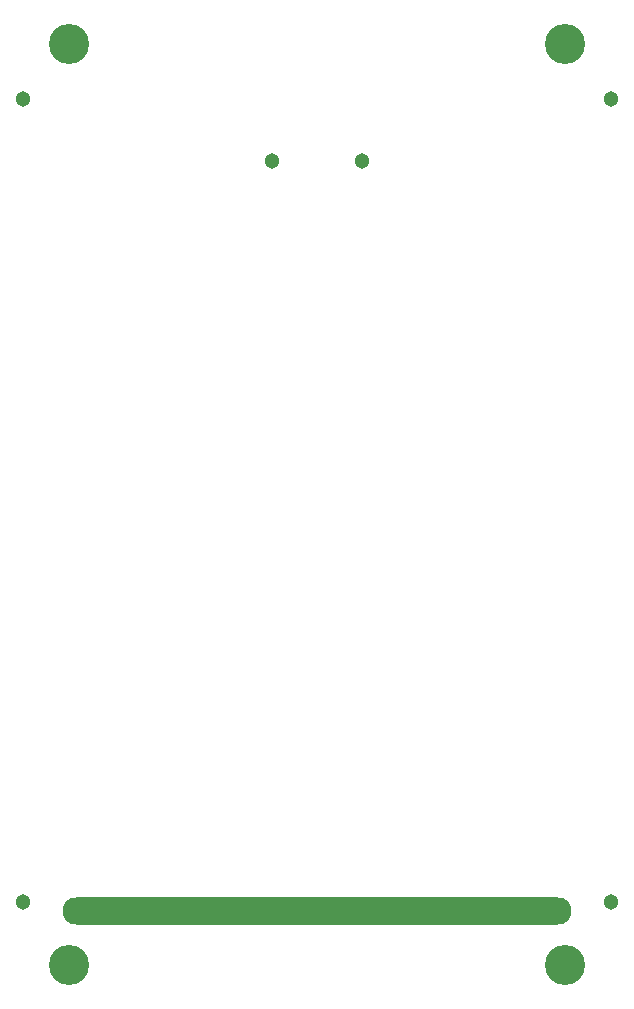
<source format=gbr>
%TF.GenerationSoftware,KiCad,Pcbnew,7.0.9-7.0.9~ubuntu22.04.1*%
%TF.CreationDate,2025-03-11T13:54:11+02:00*%
%TF.ProjectId,MOD-LCD2.8RTP_Rev_D,4d4f442d-4c43-4443-922e-385254505f52,D*%
%TF.SameCoordinates,PX2aea540PY8677d40*%
%TF.FileFunction,Soldermask,Bot*%
%TF.FilePolarity,Negative*%
%FSLAX46Y46*%
G04 Gerber Fmt 4.6, Leading zero omitted, Abs format (unit mm)*
G04 Created by KiCad (PCBNEW 7.0.9-7.0.9~ubuntu22.04.1) date 2025-03-11 13:54:11*
%MOMM*%
%LPD*%
G01*
G04 APERTURE LIST*
%ADD10C,1.301600*%
%ADD11C,3.401601*%
%ADD12O,43.101600X2.301600*%
G04 APERTURE END LIST*
D10*
%TO.C,UEXT1*%
X21190000Y72100000D03*
X28810000Y72100000D03*
%TD*%
D11*
%TO.C,MH2*%
X46000000Y4000000D03*
%TD*%
D10*
%TO.C,LCD1*%
X100000Y77300000D03*
X100000Y9300000D03*
D12*
X25000000Y8600000D03*
D10*
X49900000Y77300000D03*
X49900000Y9300000D03*
%TD*%
D11*
%TO.C,MH4*%
X4000000Y82000000D03*
%TD*%
%TO.C,MH3*%
X46000000Y82000000D03*
%TD*%
%TO.C,MH1*%
X4000000Y4000000D03*
%TD*%
M02*

</source>
